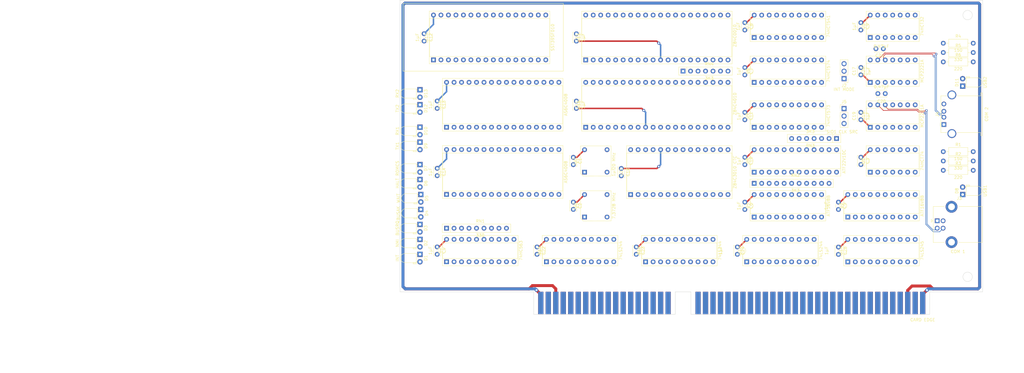
<source format=kicad_pcb>
(kicad_pcb (version 20221018) (generator pcbnew)
  (layers (0 "F.Cu" signal) (31 "B.Cu" signal) (34 "B.Paste" user) (35 "F.Paste" user) (36 "B.SilkS" user "B.Silkscreen") (37 "F.SilkS" user "F.Silkscreen") (38 "B.Mask" user) (39 "F.Mask" user) (44 "Edge.Cuts" user))
  (net 0 "")
  (net 1 "+5V")
  (net 2 "GND")
  (net 3 "Net-(D3-K)")
  (net 4 "Net-(D4-K)")
  (net 5 "Net-(D5-K)")
  (net 6 "Net-(D6-K)")
  (net 7 "D7")
  (net 8 "D6")
  (net 9 "D5")
  (net 10 "D4")
  (net 11 "D3")
  (net 12 "/MOSI")
  (net 13 "/MISO")
  (net 14 "/SCLK")
  (net 15 "/SDA")
  (net 16 "/SCL")
  (net 17 "D2")
  (net 18 "D1")
  (net 19 "D0")
  (net 20 "A15")
  (net 21 "A14")
  (net 22 "A13")
  (net 23 "A12")
  (net 24 "A11")
  (net 25 "A10")
  (net 26 "A9")
  (net 27 "A8")
  (net 28 "A7")
  (net 29 "A6")
  (net 30 "A5")
  (net 31 "A4")
  (net 32 "A3")
  (net 33 "A2")
  (net 34 "A1")
  (net 35 "+3V3")
  (net 36 "A0")
  (net 37 "-12V")
  (net 38 "~{RESET}")
  (net 39 "+12V")
  (net 40 "~{IRQ}2")
  (net 41 "~{M1}")
  (net 42 "CLK2")
  (net 43 "~{MREQ}")
  (net 44 "~{IORQ}")
  (net 45 "~{WR}")
  (net 46 "~{RD}")
  (net 47 "~{BUSRQ}")
  (net 48 "~{BUSAK}")
  (net 49 "~{WAIT}")
  (net 50 "~{HALT}")
  (net 51 "CLK")
  (net 52 "~{IRQ}7")
  (net 53 "~{IRQ}6")
  (net 54 "~{IRQ}5")
  (net 55 "~{IRQ}4")
  (net 56 "~{IRQ}3")
  (net 57 "~{NMI}")
  (net 59 "CTCLK1")
  (net 60 "~{CLK}")
  (net 61 "/TX2")
  (net 62 "BA18")
  (net 63 "BA17")
  (net 64 "BA16")
  (net 65 "BA15")
  (net 66 "/RX2")
  (net 67 "/D8")
  (net 68 "/D9")
  (net 69 "/D10")
  (net 70 "/D11")
  (net 71 "/D12")
  (net 72 "/D13")
  (net 73 "/D14")
  (net 74 "/D15")
  (net 75 "~{IRQ}8")
  (net 76 "~{IRQ}9")
  (net 77 "~{IRQ}10")
  (net 78 "~{IRQ}11")
  (net 79 "~{IRQ}12")
  (net 80 "~{IRQ}13")
  (net 81 "~{IRQ}14")
  (net 82 "~{IRQ}15")
  (net 83 "/USR1")
  (net 84 "/USR2")
  (net 85 "/USR3")
  (net 86 "/USR4")
  (net 87 "/USR5")
  (net 88 "/USR6")
  (net 89 "/USR7")
  (net 90 "~{IRQ}0")
  (net 91 "~{IRQ}1")
  (net 92 "CTC_IEI")
  (net 93 "~{INT}")
  (net 94 "~{ROM_CS}")
  (net 95 "~{RAM_OE}")
  (net 96 "~{CTC_CS}")
  (net 97 "Net-(D7-K)")
  (net 98 "~{MODE1}")
  (net 99 "Net-(D1-K)")
  (net 100 "Net-(D1-A)")
  (net 101 "Net-(D2-K)")
  (net 102 "Net-(D2-A)")
  (net 103 "Net-(D3-A)")
  (net 104 "Net-(D4-A)")
  (net 105 "Net-(D5-A)")
  (net 106 "Net-(D6-A)")
  (net 107 "/Glue Logic/~{ROM_SEL}")
  (net 108 "/Glue Logic/~{RAM_SEL}")
  (net 109 "Net-(D7-A)")
  (net 110 "/TX")
  (net 111 "/RX")
  (net 112 "~{BANK_RD}")
  (net 113 "~{SIO_CS}")
  (net 114 "/SIO/D1-")
  (net 115 "/SIO/D1+")
  (net 116 "/SIO/D2-")
  (net 117 "/SIO/D2+")
  (net 118 "/IEO")
  (net 119 "Net-(D9-K)")
  (net 120 "Net-(D10-K)")
  (net 121 "Net-(D11-K)")
  (net 122 "Net-(D13-K)")
  (net 123 "Net-(U19-VUSB)")
  (net 124 "Net-(U20-VUSB)")
  (net 125 "Net-(D8-K)")
  (net 126 "BUS_IEI")
  (net 127 "CTCLK2")
  (net 128 "RBA22")
  (net 129 "RBA21")
  (net 130 "Net-(J2-Pin_2)")
  (net 131 "RBA20")
  (net 132 "RBA19")
  (net 133 "RBA18")
  (net 134 "RBA17")
  (net 135 "RBA16")
  (net 136 "RBA15")
  (net 137 "~{MODE2}")
  (net 139 "Net-(J5-Pin_2)")
  (net 140 "Net-(D12-K)")
  (net 141 "BUSAK")
  (net 142 "RD")
  (net 144 "/CPU and Buffers/AA15")
  (net 145 "/CPU and Buffers/AA14")
  (net 146 "/CPU and Buffers/AA13")
  (net 147 "/CPU and Buffers/AA12")
  (net 148 "/CPU and Buffers/AA11")
  (net 149 "/CPU and Buffers/AA10")
  (net 150 "/CPU and Buffers/AA9")
  (net 151 "/CPU and Buffers/AA8")
  (net 152 "/CPU and Buffers/DD4")
  (net 153 "/CPU and Buffers/DD3")
  (net 154 "Net-(U1A-C)")
  (net 155 "Net-(U1B-D)")
  (net 156 "Net-(U1B-C)")
  (net 157 "/CPU and Buffers/DD5")
  (net 158 "/CPU and Buffers/DD6")
  (net 159 "~{RAM2_CS}")
  (net 160 "~{RAM1_CS}")
  (net 161 "~{BANK_WR}")
  (net 162 "/CPU and Buffers/DD2")
  (net 163 "/CPU and Buffers/DD7")
  (net 165 "Net-(U9-D4)")
  (net 166 "Net-(U9-D3)")
  (net 167 "Net-(U9-D2)")
  (net 168 "Net-(U9-D1)")
  (net 169 "/CPU and Buffers/DD0")
  (net 170 "/CPU and Buffers/DD1")
  (net 171 "/CPU and Buffers/~{CMREQ}")
  (net 172 "/CPU and Buffers/~{CIORQ}")
  (net 173 "/CPU and Buffers/~{CRD}")
  (net 174 "/CPU and Buffers/~{CWR}")
  (net 175 "/CPU and Buffers/~{CM1}")
  (net 177 "/CPU and Buffers/AA0")
  (net 178 "/CPU and Buffers/AA1")
  (net 179 "/CPU and Buffers/AA2")
  (net 180 "/CPU and Buffers/AA3")
  (net 181 "/CPU and Buffers/AA4")
  (net 182 "/CPU and Buffers/AA5")
  (net 183 "/CPU and Buffers/AA6")
  (net 184 "/CPU and Buffers/AA7")
  (net 190 "Net-(U18-RxDA)")
  (net 191 "Net-(U18-TxDA)")
  (net 198 "Net-(U18-TxDB)")
  (net 199 "Net-(U18-RxDB)")
  (net 210 "Net-(U21-CLK{slash}TRG3)")
  (net 212 "Net-(U19-GP2_(USB))")
  (net 213 "Net-(U19-GP1_(Tx))")
  (net 214 "Net-(U19-GP0_(Rx))")
  (net 215 "Net-(U20-GP2_(USB))")
  (net 216 "Net-(U20-GP1_(Tx))")
  (net 217 "Net-(U20-GP0_(Rx))")
  (footprint "Capacitor_THT:C_Disc_D3.4mm_W2.1mm_P2.50mm" (layer "F.Cu") (at 215.842053 58.464553 90)
    (fp_text reference "C17")
    (fp_text value "1µF")
  )
  (footprint "Capacitor_THT:C_Disc_D3.0mm_W1.6mm_P2.50mm" (layer "F.Cu") (at 176.477053 71.214553 -90)
    (fp_text reference "C11")
    (fp_text value "1µF")
  )
  (footprint "Capacitor_THT:C_Disc_D3.4mm_W2.1mm_P2.50mm" (layer "F.Cu") (at 215.847053 86.434553 -90)
    (fp_text reference "C3")
    (fp_text value "1µF")
  )
  (footprint "LED_THT:LED_D3.0mm_Horizontal_O1.27mm_Z2.0mm_Clear" (layer "F.Cu") (at 66.565053 99.094553 -90)
    (fp_text reference "D5")
    (fp_text value "WAIT")
  )
  (footprint "Capacitor_THT:C_Disc_D3.0mm_W2.0mm_P2.50mm" (layer "F.Cu") (at 176.472053 40.724553 -90)
    (fp_text reference "C8")
    (fp_text value "1µF")
  )
  (footprint "Capacitor_THT:C_Disc_D3.4mm_W2.1mm_P2.50mm" (layer "F.Cu") (at 119.322053 69.864553 90)
    (fp_text reference "C18")
    (fp_text value "1µF")
  )
  (footprint "Capacitor_THT:C_Disc_D3.4mm_W2.1mm_P2.50mm" (layer "F.Cu") (at 72.117053 116.904553 -90)
    (fp_text reference "C4")
    (fp_text value "1µF")
  )
  (footprint "Package_DIP:DIP-20_W7.62mm_Socket" (layer "F.Cu") (at 75.297053 121.954553 90)
    (fp_text reference "U2")
    (fp_text value "74HC563")
  )
  (footprint "LED_THT:LED_D3.0mm_Horizontal_O1.27mm_Z2.0mm_Clear" (layer "F.Cu") (at 66.280053 76.244553 -90)
    (fp_text reference "D10")
    (fp_text value "RX1")
  )
  (footprint "Package_DIP:DIP-14_W7.62mm_Socket" (layer "F.Cu") (at 219.012053 45.784553 90)
    (fp_text reference "U5")
    (fp_text value "74HCT32")
  )
  (footprint "Capacitor_THT:C_Disc_D3.4mm_W2.1mm_P2.50mm" (layer "F.Cu") (at 72.122053 90.204553 -90)
    (fp_text reference "C14")
    (fp_text value "1µF")
  )
  (footprint "Package_DIP:DIP-32_W15.24mm_Socket" (layer "F.Cu") (at 70.852053 53.374553 90)
    (fp_text reference "U15")
    (fp_text value "SST39SF010")
  )
  (footprint "Capacitor_THT:C_Disc_D3.4mm_W2.1mm_P2.50mm" (layer "F.Cu") (at 119.322053 47.004553 90)
    (fp_text reference "C15")
    (fp_text value "1µF")
  )
  (footprint "Capacitor_THT:C_Disc_D3.4mm_W2.1mm_P2.50mm" (layer "F.Cu") (at 223.442053 49.594553 180)
    (fp_text reference "C21")
    (fp_text value "0.47µF")
  )
  (footprint "LED_THT:LED_D3.0mm_Horizontal_O1.27mm_Z2.0mm_Clear" (layer "F.Cu") (at 66.280053 119.414553 -90)
    (fp_text reference "D1")
    (fp_text value "INT")
  )
  (footprint "Capacitor_THT:C_Disc_D3.4mm_W2.1mm_P2.50mm" (layer "F.Cu") (at 134.562053 90.254553 -90)
    (fp_text reference "C16")
    (fp_text value "1µF")
  )
  (footprint "Connector_USB:USB_B_Lumberg_2411_02_Horizontal" (layer "F.Cu") (at 241.718953 108.034553)
    (fp_text reference "J3")
    (fp_text value "COM 1")
  )
  (footprint "Resistor_THT:R_Array_SIP9" (layer "F.Cu") (at 75.292053 110.554553)
    (fp_text reference "RN1")
    (fp_text value "330")
  )
  (footprint "Capacitor_THT:C_Disc_D3.0mm_W1.6mm_P2.50mm" (layer "F.Cu") (at 176.477053 86.454553 -90)
    (fp_text reference "C10")
    (fp_text value "1µF")
  )
  (footprint "LED_THT:LED_D3.0mm_Horizontal_O1.27mm_Z2.0mm_Clear" (layer "F.Cu") (at 250.355053 62.294553 90)
    (fp_text reference "D11")
    (fp_text value "USB2")
  )
  (footprint "Package_DIP:DIP-32_W15.24mm_Socket" (layer "F.Cu") (at 75.297053 99.074553 90)
    (fp_text reference "U17")
    (fp_text value "AS6C4008")
  )
  (footprint "Package_DIP:DIP-20_W7.62mm_Socket" (layer "F.Cu") (at 211.397053 106.744553 90)
    (fp_text reference "U3")
    (fp_text value "ATF16V8B")
  )
  (footprint "Connector_PinHeader_2.54mm:PinHeader_1x03_P2.54mm_Vertical" (layer "F.Cu") (at 210.127053 69.914553)
    (fp_text reference "J5")
    (fp_text value "SIO1 CLK SRC")
  )
  (footprint "LED_THT:LED_D3.0mm_Horizontal_O1.27mm_Z2.0mm_Clear" (layer "F.Cu") (at 66.280053 68.604553 -90)
    (fp_text reference "D12")
    (fp_text value "TX2")
  )
  (footprint "Connector_PinHeader_2.54mm:PinHeader_1x03_P2.54mm_Vertical" (layer "F.Cu") (at 210.127053 59.754553 180)
    (fp_text reference "J2")
    (fp_text value "INT MODE")
  )
  (footprint "Package_DIP:DIP-40_W15.24mm_Socket" (layer "F.Cu") (at 122.497053 53.394553 90)
    (fp_text reference "U11")
    (fp_text value "Z84C0010")
  )
  (footprint "Package_DIP:DIP-40_W15.24mm_Socket" (layer "F.Cu") (at 122.497053 76.254553 90)
    (fp_text reference "U18")
    (fp_text value "Z84C4010")
  )
  (footprint "0_Library:DIP-8-4_W7.62mm_Oscillator_Socket" (layer "F.Cu") (at 122.107053 91.504553 90)
    (fp_text reference "X1")
    (fp_text value "20 MHz")
  )
  (footprint "LED_THT:LED_D3.0mm_Horizontal_O1.27mm_Z2.0mm_Clear" (layer "F.Cu") (at 66.280053 81.324553 -90)
    (fp_text reference "D9")
    (fp_text value "TX1")
  )
  (footprint "Package_DIP:DIP-28_W15.24mm_Socket" (layer "F.Cu") (at 137.737053 99.114553 90)
    (fp_text reference "U21")
    (fp_text value "Z84C3010 CTC")
  )
  (footprint "Resistor_THT:R_Axial_DIN0207_L6.3mm_D2.5mm_P10.16mm_Horizontal" (layer "F.Cu") (at 243.782053 90.889553)
    (fp_text reference "R3")
    (fp_text value "220")
  )
  (footprint "Package_DIP:DIP-20_W7.62mm_Socket" (layer "F.Cu") (at 179.647053 61.024553 90)
    (fp_text reference "U6")
    (fp_text value "74HCT574")
  )
  (footprint "LED_THT:LED_D3.0mm_Horizontal_O1.27mm_Z2.0mm_Clear" (layer "F.Cu") (at 66.280053 88.934553 -90)
    (fp_text reference "D7")
    (fp_text value "ROMCS")
  )
  (footprint "Package_DIP:DIP-20_W7.62mm_Socket" (layer "F.Cu") (at 142.817053 121.974553 90)
    (fp_text reference "U12")
    (fp_text value "74LS244")
  )
  (footprint "LED_THT:LED_D3.0mm_Horizontal_O1.27mm_Z2.0mm_Clear" (layer "F.Cu") (at 66.280053 94.014553 -90)
    (fp_text reference "D6")
    (fp_text value "HALT")
  )
  (footprint "Capacitor_THT:C_Disc_D3.4mm_W2.1mm_P2.50mm" (layer "F.Cu") (at 215.842053 73.704553 90)
    (fp_text reference "C19")
    (fp_text value "1µF")
  )
  (footprint "Package_DIP:DIP-14_W7.62mm_Socket" (layer "F.Cu") (at 219.017053 61.024553 90)
    (fp_text reference "U20")
    (fp_text value "MCP2221A")
  )
  (footprint "Resistor_THT:R_Axial_DIN0207_L6.3mm_D2.5mm_P10.16mm_Horizontal" (layer "F.Cu") (at 243.782053 47.709553)
    (fp_text reference "R4")
    (fp_text value "150")
  )
  (footprint "Capacitor_THT:C_Disc_D3.4mm_W2.1mm_P2.50mm" (layer "F.Cu") (at 67.677053 44.484553 -90)
    (fp_text reference "C12")
    (fp_text value "1µF")
  )
  (footprint "Capacitor_THT:C_Disc_D3.4mm_W2.1mm_P2.50mm" (layer "F.Cu") (at 118.297053 101.664553 -90)
    (fp_text reference "C2")
    (fp_text value "1µF")
  )
  (footprint "Capacitor_THT:C_Disc_D3.4mm_W2.1mm_P2.50mm" (layer "F.Cu") (at 139.642053 116.914553 -90)
    (fp_text reference "C23")
    (fp_text value "1µF")
  )
  (footprint "Resistor_THT:R_Axial_DIN0207_L6.3mm_D2.5mm_P10.16mm_Horizontal" (layer "F.Cu") (at 243.782053 50.884553)
    (fp_text reference "R5")
    (fp_text value "330")
  )
  (footprint "Capacitor_THT:C_Disc_D3.4mm_W2.1mm_P2.50mm" (layer "F.Cu") (at 173.932053 116.914553 -90)
    (fp_text reference "C24")
    (fp_text value "1µF")
  )
  (footprint "Resistor_THT:R_Array_SIP7" (layer "F.Cu") (at 207.587053 80.084553 180)
    (fp_text reference "RN3")
    (fp_text value "3K3")
  )
  (footprint "Capacitor_THT:C_Disc_D3.0mm_W1.6mm_P2.50mm" (layer "F.Cu") (at 176.477053 101.694553 -90)
    (fp_text reference "C6")
    (fp_text value "1µF")
  )
  (footprint "Capacitor_THT:C_Disc_D3.4mm_W2.1mm_P2.50mm" (layer "F.Cu") (at 118.297053 86.464553 -90)
    (fp_text reference "C1")
    (fp_text value "1µF")
  )
  (footprint "Capacitor_THT:C_Disc_D3.4mm_W2.1mm_P2.50mm" (layer "F.Cu") (at 224.097053 64.834553 180)
    (fp_text reference "C20")
    (fp_text value "0.47µF")
  )
  (footprint "Connector_USB:USB_A_Stewart_SS-52100-001_Horizontal" (layer "F.Cu") (at 243.989653 75.339553 90)
    (fp_text reference "J4")
    (fp_text value "COM 2")
  )
  (footprint "Package_DIP:DIP-20_W7.62mm_Socket" (layer "F.Cu") (at 179.647053 106.744553 90)
    (fp_text reference "U4")
    (fp_text value "ATF16V8B")
  )
  (footprint "0_Library:DIP-8-4_W7.62mm_Oscillator_Socket" (layer "F.Cu") (at 122.107053 106.744553 90)
    (fp_text reference "X2")
    (fp_text value "7.3728 MHz")
  )
  (footprint "Resistor_THT:R_Axial_DIN0207_L6.3mm_D2.5mm_P10.16mm_Horizontal" (layer "F.Cu") (at 243.782053 87.714553)
    (fp_text reference "R2")
    (fp_text value "330")
  )
  (footprint "Package_DIP:DIP-20_W7.62mm_Socket" (layer "F.Cu") (at 177.112053 121.974553 90)
    (fp_text reference "U10")
    (fp_text value "74LS244")
  )
  (footprint "Resistor_THT:R_Axial_DIN0207_L6.3mm_D2.5mm_P10.16mm_Horizontal" (layer "F.Cu") (at 243.782053 54.059553)
    (fp_text reference "R6")
    (fp_text value "220")
  )
  (footprint "Capacitor_THT:C_Disc_D3.4mm_W2.1mm_P2.50mm" (layer "F.Cu") (at 208.222053 116.944553 -90)
    (fp_text reference "C25")
    (fp_text value "1µF")
  )
  (footprint "Package_DIP:DIP-14_W7.62mm_Socket" (layer "F.Cu") (at 219.017053 91.504553 90)
    (fp_text reference "U1")
    (fp_text value "74HCT74")
  )
  (footprint "LED_THT:LED_D3.0mm_Horizontal_O1.27mm_Z2.0mm_Clear" (layer "F.Cu") (at 66.565053 104.174553 -90)
    (fp_text reference "D4")
    (fp_text value "BUSAK")
  )
  (footprint "Resistor_THT:R_Array_SIP7" (layer "F.Cu") (at 155.517053 57.184553)
    (fp_text reference "RN4")
    (fp_text value "3K3")
  )
  (footprint "Resistor_THT:R_Axial_DIN0207_L6.3mm_D2.5mm_P10.16mm_Horizontal" (layer "F.Cu") (at 243.782053 84.539553)
    (fp_text reference "R1")
    (fp_text value "150")
  )
  (footprint "Package_DIP:DIP-14_W7.62mm_Socket" (layer "F.Cu") (at 219.017053 76.264553 90)
    (fp_text reference "U19")
    (fp_text value "MCP2221A")
  )
  (footprint "Capacitor_THT:C_Disc_D3.4mm_W2.1mm_P2.50mm" (layer "F.Cu") (at 72.122053 67.344553 -90)
    (fp_text reference "C13")
    (fp_text value "1µF")
  )
  (footprint "Resistor_THT:R_Array_SIP11" (layer "F.Cu") (at 179.647053 95.314553)
    (fp_text reference "RN2")
    (fp_text value "3K3")
  )
  (footprint "Capacitor_THT:C_Disc_D3.0mm_W1.6mm_P2.50mm" (layer "F.Cu") (at 176.472053 55.974553 -90)
    (fp_text reference "C7")
    (fp_text value "1µF")
  )
  (footprint "LED_THT:LED_D3.0mm_Horizontal_O1.27mm_Z2.0mm_Clear" (layer "F.Cu") (at 66.280053 114.334553 -90)
    (fp_text reference "D2")
    (fp_text value "NMI")
  )
  (footprint "Package_DIP:DIP-20_W7.62mm_Socket" (layer "F.Cu") (at 179.647053 45.784553 90)
    (fp_text reference "U7")
    (fp_text value "74HCT541")
  )
  (footprint "Capacitor_THT:C_Disc_D3.0mm_W1.6mm_P2.50mm" (layer "F.Cu") (at 208.222053 101.684553 -90)
    (fp_text reference "C5")
    (fp_text value "1µF")
  )
  (footprint "Package_DIP:DIP-24_W7.62mm_Socket" (layer "F.Cu") (at 179.647053 91.504553 90)
    (fp_text reference "U8")
    (fp_text value "ATF22V10C")
  )
  (footprint "LED_THT:LED_D3.0mm_Horizontal_O1.27mm_Z2.0mm_Clear" (layer "F.Cu") (at 66.280053 63.524553 -90)
    (fp_text reference "D13")
    (fp_text value "RX2")
  )
  (footprint "Capacitor_THT:C_Disc_D3.4mm_W2.1mm_P2.50mm" (layer "F.Cu") (at 105.987053 116.914553 -90)
    (fp_text reference "C22")
    (fp_text value "1µF")
  )
  (footprint "Package_DIP:DIP-20_W7.62mm_Socket" (layer "F.Cu") (at 211.397053 121.984553 90)
    (fp_text reference "U14")
    (fp_text value "74LS245")
  )
  (footprint "Package_DIP:DIP-20_W7.62mm_Socket" (layer "F.Cu") (at 179.652053 76.264553 90)
    (fp_text reference "U9")
    (fp_text value "74HCT573")
  )
  (footprint "LED_THT:LED_D3.0mm_Horizontal_O1.27mm_Z2.0mm_Clear" (layer "F.Cu") (at 66.280053 109.254553 -90)
    (fp_text reference "D3")
    (fp_text value "BUSRQ")
  )
  (footprint "0_Library:BUS_AT v2" (layer "F.Cu") (at 236.797053 139.764553)
    (fp_text reference "J1" hide)
    (fp_text value "CARD EDGE")
  )
  (footprint "Package_DIP:DIP-20_W7.62mm_Socket" (layer "F.Cu") (at 109.162053 121.964553 90)
    (fp_text reference "U13")
    (fp_text value "74LS244")
  )
  (footprint "LED_THT:LED_D3.0mm_Horizontal_O1.27mm_Z2.0mm_Clear" (layer "F.Cu") (at 250.355053 99.124553 90)
    (fp_text reference "D8")
    (fp_text value "USB1")
  )
  (footprint "Capacitor_THT:C_Disc_D3.0mm_W2.0mm_P2.50mm" (layer "F.Cu") (at 215.837053 40.724553 -90)
    (fp_text reference "C9")
    (fp_text value "1µF")
  )
  (footprint "Package_DIP:DIP-32_W15.24mm_Socket" (layer "F.Cu") (at 75.297053 76.234553 90)
    (fp_text reference "U16")
    (fp_text value "AS6C4008")
  )
  (gr_rect (start 60.552053 34.204553) (end 114.921053 57.204553) (stroke (width 0.15)) (fill none) (layer "F.SilkS"))
  (gr_line (start 158.184053 132.144553) (end 158.184053 139.764553) (stroke (width 0.1)) (layer "Edge.Cuts"))
  (gr_line (start 59.505053 33.084553) (end 257.117053 33.084553) (stroke (width 0.1)) (layer "Edge.Cuts"))
  (gr_line (start 104.844053 139.764553) (end 152.850053 139.764553) (stroke (width 0.1)) (layer "Edge.Cuts"))
  (gr_line (start 104.844053 132.144553) (end 104.844053 139.764553) (stroke (width 0.1)) (layer "Edge.Cuts"))
  (gr_line (start 152.850053 132.144553) (end 158.184053 132.144553) (stroke (width 0.1)) (layer "Edge.Cuts"))
  (gr_line (start 239.210053 132.144553) (end 257.117053 132.144553) (stroke (width 0.1)) (layer "Edge.Cuts"))
  (gr_line (start 257.117053 132.144553) (end 257.117053 33.084553) (stroke (width 0.1)) (layer "Edge.Cuts"))
  (gr_line (start 59.505053 132.144553) (end 59.505053 33.084553) (stroke (width 0.1)) (layer "Edge.Cuts"))
  (gr_line (start 158.184053 139.764553) (end 239.210053 139.764553) (stroke (width 0.1)) (layer "Edge.Cuts"))
  (gr_circle (center 252.037053 127.064553) (end 253.637053 127.064553) (stroke (width 0.1)) (fill none) (layer "Edge.Cuts"))
  (gr_circle (center 252.037053 38.164553) (end 253.637053 38.164553) (stroke (width 0.1)) (fill none) (layer "Edge.Cuts"))
  (gr_line (start 152.850053 139.764553) (end 152.850053 132.144553) (stroke (width 0.1)) (layer "Edge.Cuts"))
  (gr_line (start 104.844053 132.144553) (end 59.505053 132.144553) (stroke (width 0.1)) (layer "Edge.Cuts"))
  (gr_line (start 239.210053 139.764553) (end 239.210053 132.144553) (stroke (width 0.1)) (layer "Edge.Cuts"))
  (segment (start 215.842053 58.464553) (end 216.457053 58.464553) (width 0.5) (layer "F.Cu") (net 1))
  (segment (start 176.477053 101.694553) (end 177.077053 101.694553) (width 0.5) (layer "F.Cu") (net 1))
  (segment (start 119.527053 86.464553) (end 122.107053 83.884553) (width 0.5) (layer "F.Cu") (net 1))
  (segment (start 216.467053 86.434553) (end 219.017053 83.884553) (width 0.5) (layer "F.Cu") (net 1))
  (segment (start 255.570447 131.144553) (end 240.284 131.144553) (width 1) (layer "F.Cu") (net 1))
  (segment (start 61.165447 34.084553) (end 255.699553 34.084553) (width 1) (layer "F.Cu") (net 1))
  (segment (start 231.717053 131.629947) (end 231.717053 135.954553) (width 1) (layer "F.Cu") (net 1))
  (segment (start 140.257053 116.914553) (end 142.817053 114.354553) (width 0.5) (layer "F.Cu") (net 1))
  (segment (start 176.477053 86.454553) (end 177.077053 86.454553) (width 0.5) (layer "F.Cu") (net 1))
  (segment (start 103.297447 131.144553) (end 61.294553 131.144553) (width 1) (layer "F.Cu") (net 1))
  (segment (start 233.172 130.175) (end 231.717053 131.629947) (width 1) (layer "F.Cu") (net 1))
  (segment (start 61.294553 131.144553) (end 60.505053 130.355053) (width 1) (layer "F.Cu") (net 1))
  (segment (start 216.457053 58.464553) (end 219.017053 61.024553) (width 0.5) (layer "F.Cu") (net 1))
  (segment (start 174.552053 116.914553) (end 177.112053 114.354553) (width 0.5) (layer "F.Cu") (net 1))
  (segment (start 104.394 130.048) (end 103.297447 131.144553) (width 1) (layer "F.Cu") (net 1))
  (segment (start 112.337053 131.144553) (end 111.2405 130.048) (width 1) (layer "F.Cu") (net 1))
  (segment (start 119.322053 47.004553) (end 146.577053 47.004553) (width 0.5) (layer "F.Cu") (net 1))
  (segment (start 118.297053 101.664553) (end 119.567053 101.664553) (width 0.5) (layer "F.Cu") (net 1))
  (segment (start 177.082053 71.214553) (end 179.652053 68.644553) (width 0.5) (layer "F.Cu") (net 1))
  (segment (start 60.505053 34.744947) (end 61.165447 34.084553) (width 1) (layer "F.Cu") (net 1))
  (segment (start 255.699553 34.084553) (end 256.117053 34.502053) (width 1) (layer "F.Cu") (net 1))
  (segment (start 177.077053 101.694553) (end 179.647053 99.124553) (width 0.5) (layer "F.Cu") (net 1))
  (segment (start 118.297053 86.464553) (end 119.527053 86.464553) (width 0.5) (layer "F.Cu") (net 1))
  (segment (start 176.472053 55.974553) (end 177.077053 55.974553) (width 0.5) (layer "F.Cu") (net 1))
  (segment (start 256.117053 130.597947) (end 255.570447 131.144553) (width 1) (layer "F.Cu") (net 1))
  (segment (start 256.117053 34.502053) (end 256.117053 130.597947) (width 1) (layer "F.Cu") (net 1))
  (segment (start 177.077053 55.974553) (end 179.647053 53.404553) (width 0.5) (layer "F.Cu") (net 1))
  (segment (start 146.577053 47.004553) (end 147.262053 47.689553) (width 0.5) (layer "F.Cu") (net 1))
  (segment (start 208.222053 101.684553) (end 208.837053 101.684553) (width 0.5) (layer "F.Cu") (net 1))
  (segment (start 112.337053 135.954553) (end 112.337053 131.144553) (width 1) (layer "F.Cu") (net 1))
  (segment (start 72.727053 116.904553) (end 75.297053 114.334553) (width 0.5) (layer "F.Cu") (net 1))
  (segment (start 177.087053 40.724553) (end 179.647053 38.164553) (width 0.5) (layer "F.Cu") (net 1))
  (segment (start 215.842053 73.704553) (end 216.457053 73.704553) (width 0.5) (layer "F.Cu") (net 1))
  (segment (start 111.2405 130.048) (end 104.394 130.048) (width 1) (layer "F.Cu") (net 1))
  (segment (start 72.117053 116.904553) (end 72.727053 116.904553) (width 0.5) (layer "F.Cu") (net 1))
  (segment (start 60.505053 130.355053) (end 60.505053 34.744947) (width 1) (layer "F.Cu") (net 1))
  (segment (start 208.222053 116.944553) (end 208.817053 116.944553) (width 0.5) (layer "F.Cu") (net 1))
  (segment (start 146.607053 90.254553) (end 147.262053 89.599553) (width 0.5) (layer "F.Cu") (net 1))
  (segment (start 176.477053 71.214553) (end 177.082053 71.214553) (width 0.5) (layer "F.Cu") (net 1))
  (segment (start 139.642053 116.914553) (end 140.257053 116.914553) (width 0.5) (layer "F.Cu") (net 1))
  (segment (start 173.932053 116.914553) (end 174.552053 116.914553) (width 0.5) (layer "F.Cu") (net 1))
  (segment (start 106.592053 116.914553) (end 109.162053 114.344553) (width 0.5) (layer "F.Cu") (net 1))
  (segment (start 119.322053 69.864553) (end 141.497053 69.864553) (width 0.5) (layer "F.Cu") (net 1))
  (segment (start 216.457053 73.704553) (end 219.017053 76.264553) (width 0.5) (layer "F.Cu") (net 1))
  (segment (start 239.314447 130.175) (end 233.172 130.175) (width 1) (layer "F.Cu") (net 1))
  (segment (start 141.497053 69.864553) (end 142.182053 70.549553) (width 0.5) (layer "F.Cu") (net 1))
  (segment (start 119.567053 101.664553) (end 122.107053 99.124553) (width 0.5) (layer "F.Cu") (net 1))
  (segment (start 240.284 131.144553) (end 239.314447 130.175) (width 1) (layer "F.Cu") (net 1))
  (segment (start 134.562053 90.254553) (end 146.607053 90.254553) (width 0.5) (layer "F.Cu") (net 1))
  (segment (start 215.847053 86.434553) (end 216.467053 86.434553) (width 0.5) (layer "F.Cu") (net 1))
  (segment (start 105.987053 116.914553) (end 106.592053 116.914553) (width 0.5) (layer "F.Cu") (net 1))
  (segment (start 208.817053 116.944553) (end 211.397053 114.364553) (width 0.5) (layer "F.Cu") (net 1))
  (segment (start 208.837053 101.684553) (end 211.397053 99.124553) (width 0.5) (layer "F.Cu") (net 1))
  (segment (start 177.077053 86.454553) (end 179.647053 83.884553) (width 0.5) (layer "F.Cu") (net 1))
  (segment (start 176.472053 40.724553) (end 177.087053 40.724553) (width 0.5) (layer "F.Cu") (net 1))
  (segment (start 215.837053 40.724553) (end 216.452053 40.724553) (width 0.5) (layer "F.Cu") (net 1))
  (segment (start 216.452053 40.724553) (end 219.012053 38.164553) (width 0.5) (layer "F.Cu") (net 1))
  (via (at 147.262053 89.599553) (size 1) (drill 0.5) (layers "F.Cu" "B.Cu") (net 1))
  (via (at 142.182053 70.549553) (size 1) (drill 0.5) (layers "F.Cu" "B.Cu") (net 1))
  (via (at 147.262053 47.689553) (size 1) (drill 0.5) (layers "F.Cu" "B.Cu") (net 1))
  (segment (start 147.897053 48.324553) (end 147.262053 47.689553) (width 0.5) (layer "B.Cu") (net 1))
  (segment (start 147.897053 88.964553) (end 147.262053 89.599553) (width 0.5) (layer "B.Cu") (net 1))
  (segment (start 147.897053 53.394553) (end 147.897053 48.324553) (width 0.5) (layer "B.Cu") (net 1))
  (segment (start 75.297053 60.994553) (end 75.297053 64.169553) (width 0.5) (layer "B.Cu") (net 1))
  (segment (start 75.297053 87.029553) (end 72.122053 90.204553) (width 0.5) (layer "B.Cu") (net 1))
  (segment (start 70.852053 38.134553) (end 70.852053 41.309553) (width 0.5) (layer "B.Cu") (net 1))
  (segment (start 142.817053 76.254553) (end 142.817053 71.184553) (width 0.5) (layer "B.Cu") (net 1))
  (segment (start 147.897053 83.874553) (end 147.897053 88.964553) (width 0.5) (layer "B.Cu") (net 1))
  (segment (start 75.297053 64.169553) (end 72.122053 67.344553) (width 0.5) (layer "B.Cu") (net 1))
  (segment (start 70.852053 41.309553) (end 67.677053 44.484553) (width 0.5) (layer "B.Cu") (net 1))
  (segment (start 142.817053 71.184553) (end 142.182053 70.549553) (width 0.5) (layer "B.Cu") (net 1))
  (segment (start 75.297053 83.834553) (end 75.297053 87.029553) (width 0.5) (layer "B.Cu") (net 1))
  (segment (start 236.797053 133.034553) (end 236.797053 135.954553) (width 1) (layer "F.Cu") (net 2))
  (segment (start 107.257053 133.034553) (end 107.257053 135.954553) (width 1) (layer "F.Cu") (net 2))
  (segment (start 105.80172 131.57922) (end 107.257053 133.034553) (width 1) (layer "F.Cu") (net 2))
  (segment (start 238.252386 131.57922) (end 236.797053 133.034553) (width 1) (layer "F.Cu") (net 2))
  (via (at 238.252386 131.57922) (size 1.2) (drill 0.6) (layers "F.Cu" "B.Cu") (net 2))
  (via (at 105.80172 131.57922) (size 1.2) (drill 0.6) (layers "F.Cu" "B.Cu") (net 2))
  (segment (start 61.294553 131.144553) (end 60.505053 130.355053) (width 1) (layer "B.Cu") (net 2))
  (segment (start 61.165447 34.084553) (end 255.699553 34.084553) (width 1) (layer "B.Cu") (net 2))
  (segment (start 60.505053 34.744947) (end 61.165447 34.084553) (width 1) (layer "B.Cu") (net 2))
  (segment (start 238.687053 131.144553) (end 238.252386 131.57922) (width 1) (layer "B.Cu") (net 2))
  (segment (start 256.117053 34.502053) (end 256.117053 130.597947) (width 1) (layer "B.Cu") (net 2))
  (segment (start 60.505053 130.355053) (end 60.505053 34.744947) (width 1) (layer "B.Cu") (net 2))
  (segment (start 255.699553 34.084553) (end 256.117053 34.502053) (width 1) (layer "B.Cu") (net 2))
  (segment (start 256.117053 130.597947) (end 255.570447 131.144553) (width 1) (layer "B.Cu") (net 2))
  (segment (start 255.570447 131.144553) (end 238.687053 131.144553) (width 1) (layer "B.Cu") (net 2))
  (segment (start 105.367053 131.144553) (end 61.294553 131.144553) (width 1) (layer "B.Cu") (net 2))
  (segment (start 105.80172 131.57922) (end 105.367053 131.144553) (width 1) (layer "B.Cu") (net 2))
  (segment (start 224.097053 69.157053) (end 224.097053 68.644553) (width 0.2) (layer "F.Cu") (net 114))
  (segment (start 238.067053 70.549553) (end 237.896606 70.72) (width 0.2) (layer "F.Cu") (net 114))
  (segment (start 237.896606 70.72) (end 235.657039 70.72) (width 0.2) (layer "F.Cu") (net 114))
  (segment (start 235.086592 70.149553) (end 225.089553 70.149553) (width 0.2) (layer "F.Cu") (net 114))
  (segment (start 225.089553 70.149553) (end 224.097053 69.157053) (width 0.2) (layer "F.Cu") (net 114))
  (segment (start 235.657039 70.72) (end 235.086592 70.149553) (width 0.2) (layer "F.Cu") (net 114))
  (via (at 238.067053 70.549553) (size 0.8) (drill 0.4) (layers "F.Cu" "B.Cu") (net 114))
  (segment (start 238.067053 70.549553) (end 238.292054 70.774554) (width 0.2) (layer "B.Cu") (net 114))
  (segment (start 241.128506 111.125) (end 241.718953 110.534553) (width 0.2) (layer "B.Cu") (net 114))
  (segment (start 238.292054 109.120918) (end 240.296136 111.125) (width 0.2) (layer "B.Cu") (net 114))
  (segment (start 238.292054 70.774554) (end 238.292054 109.120918) (width 0.2) (layer "B.Cu") (net 114))
  (segment (start 240.296136 111.125) (end 241.128506 111.125) (width 0.2) (layer "B.Cu") (net 114))
  (segment (start 223.462053 70.549553) (end 221.557053 68.644553) (width 0.2) (layer "F.Cu") (net 115))
  (segment (start 237.579649 71.42216) (end 237.277489 71.12) (width 0.2) (layer "F.Cu") (net 115))
  (segment (start 237.277489 71.12) (end 235.420642 71.12) (width 0.2) (layer "F.Cu") (net 115))
  (segment (start 235.420642 71.12) (end 234.850195 70.549553) (width 0.2) (layer "F.Cu") (net 115))
  (segment (start 234.850195 70.549553) (end 223.462053 70.549553) (width 0.2) (layer "F.Cu") (net 115))
  (via (at 237.579649 71.42216) (size 0.8) (drill 0.4) (layers "F.Cu" "B.Cu") (net 115))
  (segment (start 237.842052 109.236602) (end 240.36545 111.76) (width 0.2) (layer "B.Cu") (net 115))
  (segment (start 240.36545 111.76) (end 242.57 111.76) (width 0.2) (layer "B.Cu") (net 115))
  (segment (start 237.579649 71.42216) (end 237.842052 71.684563) (width 0.2) (layer "B.Cu") (net 115))
  (segment (start 243.718953 110.611047) (end 243.718953 110.534553) (width 0.2) (layer "B.Cu") (net 115))
  (segment (start 242.57 111.76) (end 243.718953 110.611047) (width 0.2) (layer "B.Cu") (net 115))
  (segment (start 237.842052 71.684563) (end 237.842052 109.236602) (width 0.2) (layer "B.Cu") (net 115))
  (segment (start 239.989067 51.435) (end 224.155 51.435) (width 0.2) (layer "F.Cu") (net 116))
  (segment (start 223.52 52.07) (end 223.52 52.820894) (width 0.2) (layer "F.Cu") (net 116))
  (segment (start 240.624067 52.07) (end 239.989067 51.435) (width 0.2) (layer "F.Cu") (net 116))
  (segment (start 223.52 52.820894) (end 224.097053 53.397947) (width 0.2) (layer "F.Cu") (net 116))
  (segment (start 224.155 51.435) (end 223.52 52.07) (width 0.2) (layer "F.Cu") (net 116))
  (via (at 240.624067 52.07) (size 0.8) (drill 0.4) (layers "F.Cu" "B.Cu") (net 116))
  (segment (start 241.017053 52.462986) (end 241.017053 70.642753) (width 0.2) (layer "B.Cu") (net 116))
  (segment (start 242.438854 72.064554) (end 243.214654 72.064554) (width 0.2) (layer "B.Cu") (net 116))
  (segment (start 243.214654 72.064554) (end 243.989653 72.839553) (width 0.2) (layer "B.Cu") (net 116))
  (segment (start 241.017053 70.642753) (end 242.438854 72.064554) (width 0.2) (layer "B.Cu") (net 116))
  (segment (start 240.624067 52.07) (end 241.017053 52.462986) (width 0.2) (layer "B.Cu") (net 116))
  (segment (start 241.001888 51.035) (end 223.926606 51.035) (width 0.2) (layer "F.Cu") (net 117))
  (segment (start 241.352535 51.385647) (end 241.001888 51.035) (width 0.2) (layer "F.Cu") (net 117))
  (segment (start 223.926606 51.035) (end 221.557053 53.404553) (width 0.2) (layer "F.Cu") (net 117))
  (via (at 241.352535 51.385647) (size 0.8) (drill 0.4) (layers "F.Cu" "B.Cu") (net 117))
  (segment (start 241.352535 51.385647) (end 241.467053 51.500165) (width 0.2) (layer "B.Cu") (net 117))
  (segment (start 243.214654 71.614552) (end 243.989653 70.839553) (width 0.2) (layer "B.Cu") (net 117))
  (segment (start 242.625252 71.614552) (end 243.214654 71.614552) (width 0.2) (layer "B.Cu") (net 117))
  (segment (start 241.467053 70.456353) (end 242.625252 71.614552) (width 0.2) (layer "B.Cu") (net 117))
  (segment (start 241.467053 51.500165) (end 241.467053 70.456353) (width 0.2) (layer "B.Cu") (net 117))
)
</source>
